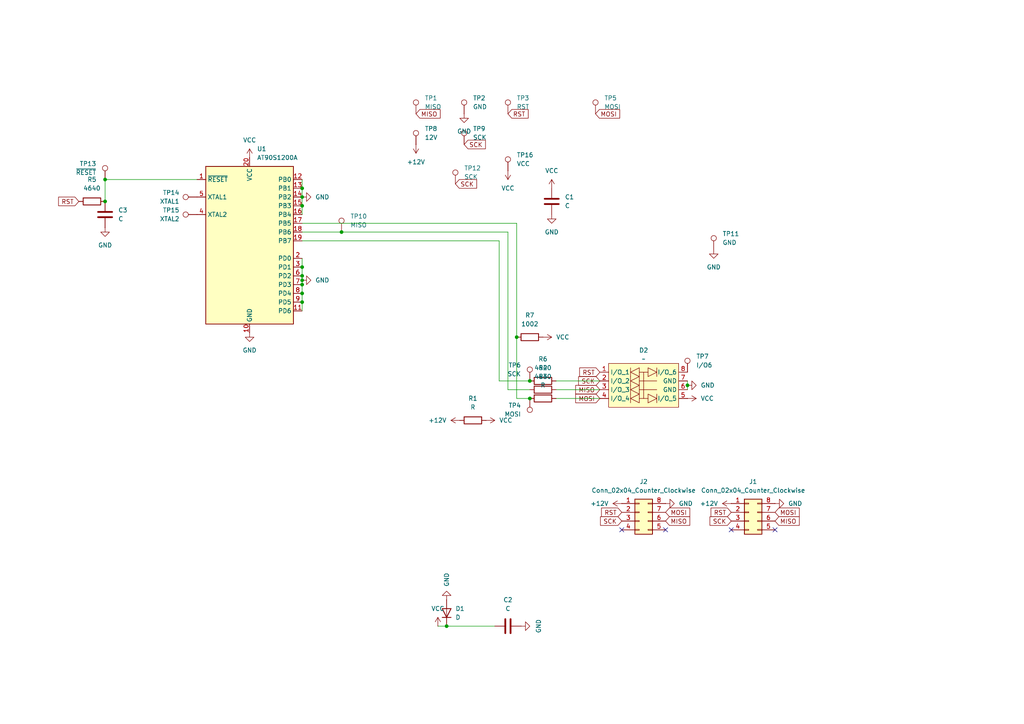
<source format=kicad_sch>
(kicad_sch (version 20250114) (generator "eeschema") (generator_version "9.0")
  (paper "A4")
  (lib_symbols
    (symbol "AtmelAlt:AT90S1200"
      (property "Reference" "U" (at -12.7 26.67 0))
      (property "Value" "AT90S1200A" (at 2.286 -23.114 0))
      (symbol "AT90S1200_0_1"
        (rectangle (start -12.7 24.13) (end 12.7 -21.59) (stroke (width 0.254)) (fill (type background)))
      )
      (symbol "AT90S1200_1_1"
        (pin input line (at -15.24 20.32 0) (length 2.54) (name "~{RESET}") (number "1"))
        (pin input line (at -15.24 15.24 0) (length 2.54) (name "XTAL1") (number "5"))
        (pin output line (at -15.24 10.16 0) (length 2.54) (name "XTAL2") (number "4"))
        (pin power_in line (at 0 26.67 270) (length 2.54) (name "VCC") (number "20"))
        (pin power_in line (at 0 -24.13 90) (length 2.54) (name "GND") (number "10"))
        (pin bidirectional line (at 15.24 20.32 180) (length 2.54) (name "PB0") (number "12"))
        (pin bidirectional line (at 15.24 17.78 180) (length 2.54) (name "PB1") (number "13"))
        (pin bidirectional line (at 15.24 15.24 180) (length 2.54) (name "PB2") (number "14"))
        (pin bidirectional line (at 15.24 12.7 180) (length 2.54) (name "PB3") (number "15"))
        (pin bidirectional line (at 15.24 10.16 180) (length 2.54) (name "PB4") (number "16"))
        (pin bidirectional line (at 15.24 7.62 180) (length 2.54) (name "PB5") (number "17"))
        (pin bidirectional line (at 15.24 5.08 180) (length 2.54) (name "PB6") (number "18"))
        (pin bidirectional line (at 15.24 2.54 180) (length 2.54) (name "PB7") (number "19"))
        (pin bidirectional line (at 15.24 -2.54 180) (length 2.54) (name "PD0") (number "2"))
        (pin bidirectional line (at 15.24 -5.08 180) (length 2.54) (name "PD1") (number "3"))
        (pin bidirectional line (at 15.24 -7.62 180) (length 2.54) (name "PD2") (number "6"))
        (pin bidirectional line (at 15.24 -10.16 180) (length 2.54) (name "PD3") (number "7"))
        (pin bidirectional line (at 15.24 -12.7 180) (length 2.54) (name "PD4") (number "8"))
        (pin bidirectional line (at 15.24 -15.24 180) (length 2.54) (name "PD5") (number "9"))
        (pin bidirectional line (at 15.24 -17.78 180) (length 2.54) (name "PD6") (number "11"))
      )
    )
    (symbol "Connector:TestPoint" (pin_numbers (hide yes)) (pin_names (offset 0.762) (hide yes))
      (property "Reference" "TP" (at 0 6.858 0))
      (property "Value" "TestPoint" (at 0 5.08 0))
      (symbol "TestPoint_0_1"
        (circle (center 0 3.302) (radius 0.762))
      )
      (symbol "TestPoint_1_1"
        (pin passive line (at 0 0 90) (length 2.54) (name "1") (number "1"))
      )
    )
    (symbol "Connector_Generic:Conn_02x04_Counter_Clockwise" (pin_names (offset 1.016) (hide yes))
      (property "Reference" "J" (at 1.27 5.08 0))
      (property "Value" "Conn_02x04_Counter_Clockwise" (at 1.27 -7.62 0))
      (symbol "Conn_02x04_Counter_Clockwise_1_1"
        (rectangle (start -1.27 3.81) (end 3.81 -6.35) (stroke (width 0.254)) (fill (type background)))
        (rectangle (start -1.27 2.667) (end 0 2.413) (stroke (width 0.1524)))
        (rectangle (start -1.27 0.127) (end 0 -0.127) (stroke (width 0.1524)))
        (rectangle (start -1.27 -2.413) (end 0 -2.667) (stroke (width 0.1524)))
        (rectangle (start -1.27 -4.953) (end 0 -5.207) (stroke (width 0.1524)))
        (rectangle (start 3.81 2.667) (end 2.54 2.413) (stroke (width 0.1524)))
        (rectangle (start 3.81 0.127) (end 2.54 -0.127) (stroke (width 0.1524)))
        (rectangle (start 3.81 -2.413) (end 2.54 -2.667) (stroke (width 0.1524)))
        (rectangle (start 3.81 -4.953) (end 2.54 -5.207) (stroke (width 0.1524)))
        (pin passive line (at -5.08 2.54 0) (length 3.81) (name "Pin_1") (number "1"))
        (pin passive line (at -5.08 0 0) (length 3.81) (name "Pin_2") (number "2"))
        (pin passive line (at -5.08 -2.54 0) (length 3.81) (name "Pin_3") (number "3"))
        (pin passive line (at -5.08 -5.08 0) (length 3.81) (name "Pin_4") (number "4"))
        (pin passive line (at 7.62 2.54 180) (length 3.81) (name "Pin_8") (number "8"))
        (pin passive line (at 7.62 0 180) (length 3.81) (name "Pin_7") (number "7"))
        (pin passive line (at 7.62 -2.54 180) (length 3.81) (name "Pin_6") (number "6"))
        (pin passive line (at 7.62 -5.08 180) (length 3.81) (name "Pin_5") (number "5"))
      )
    )
    (symbol "Device:C" (pin_numbers (hide yes)) (pin_names (offset 0.254))
      (property "Reference" "C" (at 0.635 2.54 0))
      (property "Value" "C" (at 0.635 -2.54 0))
      (symbol "C_0_1"
        (polyline (pts (xy -2.032 0.762) (xy 2.032 0.762)) (stroke (width 0.508)))
        (polyline (pts (xy -2.032 -0.762) (xy 2.032 -0.762)) (stroke (width 0.508)))
      )
      (symbol "C_1_1"
        (pin passive line (at 0 3.81 270) (length 2.794) (name "~") (number "1"))
        (pin passive line (at 0 -3.81 90) (length 2.794) (name "~") (number "2"))
      )
    )
    (symbol "Device:D" (pin_numbers (hide yes)) (pin_names (offset 1.016) (hide yes))
      (property "Reference" "D" (at 0 2.54 0))
      (property "Value" "D" (at 0 -2.54 0))
      (symbol "D_0_1"
        (polyline (pts (xy -1.27 1.27) (xy -1.27 -1.27)) (stroke (width 0.254)))
        (polyline (pts (xy 1.27 1.27) (xy 1.27 -1.27) (xy -1.27 0) (xy 1.27 1.27)) (stroke (width 0.254)))
        (polyline (pts (xy 1.27 0) (xy -1.27 0)))
      )
      (symbol "D_1_1"
        (pin passive line (at -3.81 0 0) (length 2.54) (name "K") (number "1"))
        (pin passive line (at 3.81 0 180) (length 2.54) (name "A") (number "2"))
      )
    )
    (symbol "Device:R" (pin_numbers (hide yes)) (pin_names (offset 0))
      (property "Reference" "R" (at 2.032 0 90))
      (property "Value" "R" (at 0 0 90))
      (symbol "R_0_1"
        (rectangle (start -1.016 -2.54) (end 1.016 2.54) (stroke (width 0.254)))
      )
      (symbol "R_1_1"
        (pin passive line (at 0 3.81 270) (length 1.27) (name "~") (number "1"))
        (pin passive line (at 0 -3.81 90) (length 1.27) (name "~") (number "2"))
      )
    )
    (symbol "Protection:ESDA6V1U1"
      (property "Reference" "D" (at 0 1.27 0))
      (symbol "ESDA6V1U1_0_0"
        (pin unspecified line (at -12.7 -2.54 0) (length 2.54) (name "I/O_1") (number "1"))
        (pin unspecified line (at -12.7 -5.08 0) (length 2.54) (name "I/O_2") (number "2"))
        (pin unspecified line (at -12.7 -7.62 0) (length 2.54) (name "I/O_3") (number "3"))
        (pin unspecified line (at -12.7 -10.16 0) (length 2.54) (name "I/O_4") (number "4"))
        (pin unspecified line (at 12.7 -2.54 180) (length 2.54) (name "I/O_6") (number "8"))
        (pin power_in line (at 12.7 -5.08 180) (length 2.54) (name "GND") (number "7"))
        (pin power_in line (at 12.7 -7.62 180) (length 2.54) (name "GND") (number "6"))
        (pin unspecified line (at 12.7 -10.16 180) (length 2.54) (name "I/O_5") (number "5"))
      )
      (symbol "ESDA6V1U1_0_1"
        (polyline (pts (xy -3.81 -1.27) (xy -3.81 -3.81)))
        (polyline (pts (xy -3.81 -3.81) (xy -3.81 -6.35)))
        (polyline (pts (xy -3.81 -6.35) (xy -3.81 -8.89)))
        (polyline (pts (xy -3.81 -8.89) (xy -3.81 -11.43)))
        (polyline (pts (xy -1.27 -1.27) (xy -1.27 -3.81) (xy -3.81 -2.54) (xy -1.27 -1.27)))
        (polyline (pts (xy -1.27 -2.54) (xy 1.27 -2.54)))
        (polyline (pts (xy -1.27 -3.81) (xy -1.27 -6.35) (xy -3.81 -5.08) (xy -1.27 -3.81)))
        (polyline (pts (xy -1.27 -5.08) (xy 3.81 -5.08)))
        (polyline (pts (xy -1.27 -6.35) (xy -1.27 -8.89) (xy -3.81 -7.62) (xy -1.27 -6.35)))
        (polyline (pts (xy -1.27 -7.62) (xy 3.81 -7.62)))
        (polyline (pts (xy -1.27 -8.89) (xy -1.27 -11.43) (xy -3.81 -10.16) (xy -1.27 -8.89)))
        (polyline (pts (xy -1.27 -10.16) (xy 1.27 -10.16)))
        (polyline (pts (xy 0 -10.16) (xy 0 -2.54)))
        (polyline (pts (xy 1.27 -3.81) (xy 1.27 -1.27) (xy 3.81 -2.54) (xy 1.27 -3.81)))
        (polyline (pts (xy 1.27 -11.43) (xy 1.27 -8.89) (xy 3.81 -10.16) (xy 1.27 -11.43)))
        (polyline (pts (xy 3.81 -3.81) (xy 3.81 -1.27)))
        (polyline (pts (xy 3.81 -11.43) (xy 3.81 -8.89)))
      )
      (symbol "ESDA6V1U1_1_1"
        (rectangle (start -10.16 0) (end 10.16 -12.7) (fill (type background)))
      )
    )
    (symbol "power:+12V" (power) (pin_numbers (hide yes)) (pin_names (offset 0) (hide yes))
      (property "Value" "+12V" (at 0 3.556 0))
      (symbol "+12V_0_1"
        (polyline (pts (xy -0.762 1.27) (xy 0 2.54)))
        (polyline (pts (xy 0 2.54) (xy 0.762 1.27)))
        (polyline (pts (xy 0 0) (xy 0 2.54)))
      )
      (symbol "+12V_1_1"
        (pin power_in line (at 0 0 90) (length 0) (name "~") (number "1"))
      )
    )
    (symbol "power:GND" (power) (pin_numbers (hide yes)) (pin_names (offset 0) (hide yes))
      (property "Value" "GND" (at 0 -3.81 0))
      (symbol "GND_0_1"
        (polyline (pts (xy 0 0) (xy 0 -1.27) (xy 1.27 -1.27) (xy 0 -2.54) (xy -1.27 -1.27) (xy 0 -1.27)))
      )
      (symbol "GND_1_1"
        (pin power_in line (at 0 0 270) (length 0) (name "~") (number "1"))
      )
    )
    (symbol "power:VCC" (power) (pin_numbers (hide yes)) (pin_names (offset 0) (hide yes))
      (property "Value" "VCC" (at 0 3.556 0))
      (symbol "VCC_0_1"
        (polyline (pts (xy -0.762 1.27) (xy 0 2.54)))
        (polyline (pts (xy 0 2.54) (xy 0.762 1.27)))
        (polyline (pts (xy 0 0) (xy 0 2.54)))
      )
      (symbol "VCC_1_1"
        (pin power_in line (at 0 0 90) (length 0) (name "~") (number "1"))
      )
    )
  )
  (junction (at 30.48 58.42))
  (junction (at 153.67 115.57))
  (junction (at 87.63 57.15))
  (junction (at 30.48 52.07))
  (junction (at 199.39 111.76))
  (junction (at 87.63 87.63))
  (junction (at 99.06 67.31))
  (junction (at 153.67 110.49))
  (junction (at 149.86 97.79))
  (junction (at 129.54 181.61))
  (junction (at 87.63 85.09))
  (junction (at 87.63 80.01))
  (junction (at 87.63 77.47))
  (junction (at 87.63 54.61))
  (junction (at 87.63 81.28))
  (junction (at 87.63 59.69))
  (junction (at 87.63 82.55))
  (no_connect (at 193.04 153.67))
  (no_connect (at 224.79 153.67))
  (no_connect (at 212.09 153.67))
  (no_connect (at 180.34 153.67))
  (wire (pts (xy 87.63 57.15) (xy 87.63 59.69)))
  (wire (pts (xy 87.63 67.31) (xy 99.06 67.31)))
  (wire (pts (xy 127 181.61) (xy 129.54 181.61)))
  (wire (pts (xy 99.06 67.31) (xy 147.32 67.31)))
  (wire (pts (xy 153.67 113.03) (xy 147.32 113.03)))
  (wire (pts (xy 87.63 87.63) (xy 87.63 90.17)))
  (wire (pts (xy 199.39 111.76) (xy 199.39 113.03)))
  (wire (pts (xy 87.63 82.55) (xy 87.63 85.09)))
  (wire (pts (xy 87.63 80.01) (xy 87.63 81.28)))
  (wire (pts (xy 87.63 81.28) (xy 87.63 82.55)))
  (wire (pts (xy 161.29 113.03) (xy 173.99 113.03)))
  (wire (pts (xy 129.54 181.61) (xy 143.51 181.61)))
  (wire (pts (xy 147.32 67.31) (xy 147.32 113.03)))
  (wire (pts (xy 57.15 52.07) (xy 30.48 52.07)))
  (wire (pts (xy 30.48 52.07) (xy 30.48 58.42)))
  (wire (pts (xy 149.86 64.77) (xy 87.63 64.77)))
  (wire (pts (xy 87.63 59.69) (xy 87.63 62.23)))
  (wire (pts (xy 87.63 85.09) (xy 87.63 87.63)))
  (wire (pts (xy 153.67 115.57) (xy 149.86 115.57)))
  (wire (pts (xy 87.63 77.47) (xy 87.63 80.01)))
  (wire (pts (xy 161.29 115.57) (xy 173.99 115.57)))
  (wire (pts (xy 149.86 97.79) (xy 149.86 64.77)))
  (wire (pts (xy 199.39 110.49) (xy 199.39 111.76)))
  (wire (pts (xy 144.78 69.85) (xy 87.63 69.85)))
  (wire (pts (xy 87.63 74.93) (xy 87.63 77.47)))
  (wire (pts (xy 153.67 110.49) (xy 144.78 110.49)))
  (wire (pts (xy 87.63 52.07) (xy 87.63 54.61)))
  (wire (pts (xy 149.86 115.57) (xy 149.86 97.79)))
  (wire (pts (xy 144.78 110.49) (xy 144.78 69.85)))
  (wire (pts (xy 87.63 54.61) (xy 87.63 57.15)))
  (wire (pts (xy 161.29 110.49) (xy 173.99 110.49)))
  (global_label "MISO" (shape input) (at 173.99 113.03 180) (property "Intersheetrefs" "${INTERSHEET_REFS}" (effects (hide yes))))
  (global_label "RST" (shape input) (at 180.34 148.59 180) (property "Intersheetrefs" "${INTERSHEET_REFS}" (effects (hide yes))))
  (global_label "MOSI" (shape input) (at 173.99 115.57 180) (property "Intersheetrefs" "${INTERSHEET_REFS}" (effects (hide yes))))
  (global_label "MOSI" (shape input) (at 224.79 148.59 0) (property "Intersheetrefs" "${INTERSHEET_REFS}" (effects (hide yes))))
  (global_label "RST" (shape input) (at 147.32 33.02 0) (property "Intersheetrefs" "${INTERSHEET_REFS}" (effects (hide yes))))
  (global_label "SCK" (shape input) (at 173.99 110.49 180) (property "Intersheetrefs" "${INTERSHEET_REFS}" (effects (hide yes))))
  (global_label "MOSI" (shape input) (at 172.72 33.02 0) (property "Intersheetrefs" "${INTERSHEET_REFS}" (effects (hide yes))))
  (global_label "SCK" (shape input) (at 212.09 151.13 180) (property "Intersheetrefs" "${INTERSHEET_REFS}" (effects (hide yes))))
  (global_label "MISO" (shape input) (at 224.79 151.13 0) (property "Intersheetrefs" "${INTERSHEET_REFS}" (effects (hide yes))))
  (global_label "RST" (shape input) (at 173.99 107.95 180) (property "Intersheetrefs" "${INTERSHEET_REFS}" (effects (hide yes))))
  (global_label "MOSI" (shape input) (at 193.04 148.59 0) (property "Intersheetrefs" "${INTERSHEET_REFS}" (effects (hide yes))))
  (global_label "RST" (shape input) (at 22.86 58.42 180) (property "Intersheetrefs" "${INTERSHEET_REFS}" (effects (hide yes))))
  (global_label "SCK" (shape input) (at 134.62 41.91 0) (property "Intersheetrefs" "${INTERSHEET_REFS}" (effects (hide yes))))
  (global_label "SCK" (shape input) (at 180.34 151.13 180) (property "Intersheetrefs" "${INTERSHEET_REFS}" (effects (hide yes))))
  (global_label "SCK" (shape input) (at 132.08 53.34 0) (property "Intersheetrefs" "${INTERSHEET_REFS}" (effects (hide yes))))
  (global_label "MISO" (shape input) (at 120.65 33.02 0) (property "Intersheetrefs" "${INTERSHEET_REFS}" (effects (hide yes))))
  (global_label "MISO" (shape input) (at 193.04 151.13 0) (property "Intersheetrefs" "${INTERSHEET_REFS}" (effects (hide yes))))
  (global_label "RST" (shape input) (at 212.09 148.59 180) (property "Intersheetrefs" "${INTERSHEET_REFS}" (effects (hide yes))))
  (symbol (lib_id "power:+12V") (at 180.34 146.05 90) (unit 1)
    (property "Reference" "#PWR01" (effects (hide yes)))
    (property "Value" "+12V" (at 176.53 146.0499 90) (effects (justify left)))
    (property "Description" "Power symbol creates a global label with name \"+12V\"" (effects (hide yes)))
  )
  (symbol (lib_id "power:VCC") (at 72.39 45.72 0) (unit 1)
    (property "Reference" "#PWR020" (effects (hide yes)))
    (property "Value" "VCC" (at 72.39 40.64 0))
    (property "Description" "Power symbol creates a global label with name \"VCC\"" (effects (hide yes)))
  )
  (symbol (lib_id "Connector:TestPoint") (at 147.32 33.02 0) (unit 1)
    (property "Reference" "TP3" (at 149.86 28.4479 0) (effects (justify left)))
    (property "Value" "RST" (at 149.86 30.9879 0) (effects (justify left)))
    (property "Footprint" "TestPoint:TestPoint_Pad_D1.5mm" (effects (hide yes)))
    (property "Description" "test point" (effects (hide yes)))
  )
  (symbol (lib_id "Device:R") (at 157.48 115.57 270) (mirror x) (unit 1)
    (property "Reference" "R3" (at 157.48 109.22 90))
    (property "Value" "R" (at 157.48 111.76 90))
    (property "Footprint" "Resistor_SMD:R_0603_1608Metric_Pad0.98x0.95mm_HandSolder" (effects (hide yes)))
    (property "Description" "Resistor" (effects (hide yes)))
  )
  (symbol (lib_id "power:GND") (at 207.01 72.39 0) (unit 1)
    (property "Reference" "#PWR023" (effects (hide yes)))
    (property "Value" "GND" (at 207.01 77.47 0))
    (property "Description" "Power symbol creates a global label with name \"GND\" , ground" (effects (hide yes)))
  )
  (symbol (lib_id "power:+12V") (at 212.09 146.05 90) (unit 1)
    (property "Reference" "#PWR02" (effects (hide yes)))
    (property "Value" "+12V" (at 208.28 146.0499 90) (effects (justify left)))
    (property "Description" "Power symbol creates a global label with name \"+12V\"" (effects (hide yes)))
  )
  (symbol (lib_id "power:GND") (at 224.79 146.05 90) (unit 1)
    (property "Reference" "#PWR05" (effects (hide yes)))
    (property "Value" "GND" (at 228.6 146.0499 90) (effects (justify right)))
    (property "Description" "Power symbol creates a global label with name \"GND\" , ground" (effects (hide yes)))
  )
  (symbol (lib_id "Connector:TestPoint") (at 99.06 67.31 0) (unit 1)
    (property "Reference" "TP10" (at 101.6 62.7379 0) (effects (justify left)))
    (property "Value" "MISO" (at 101.6 65.2779 0) (effects (justify left)))
    (property "Footprint" "TestPoint:TestPoint_Pad_D1.0mm" (effects (hide yes)))
    (property "Description" "test point" (effects (hide yes)))
  )
  (symbol (lib_id "Connector:TestPoint") (at 147.32 49.53 0) (unit 1)
    (property "Reference" "TP16" (at 149.86 44.9579 0) (effects (justify left)))
    (property "Value" "VCC" (at 149.86 47.4979 0) (effects (justify left)))
    (property "Footprint" "TestPoint:TestPoint_Pad_D1.5mm" (effects (hide yes)))
    (property "Description" "test point" (effects (hide yes)))
  )
  (symbol (lib_id "power:GND") (at 160.02 62.23 0) (unit 1)
    (property "Reference" "#PWR012" (effects (hide yes)))
    (property "Value" "GND" (at 160.02 67.31 0))
    (property "Description" "Power symbol creates a global label with name \"GND\" , ground" (effects (hide yes)))
  )
  (symbol (lib_id "power:GND") (at 129.54 173.99 0) (mirror x) (unit 1)
    (property "Reference" "#PWR024" (effects (hide yes)))
    (property "Value" "GND" (at 129.5401 170.18 90) (effects (justify right)))
    (property "Description" "Power symbol creates a global label with name \"GND\" , ground" (effects (hide yes)))
  )
  (symbol (lib_id "Connector_Generic:Conn_02x04_Counter_Clockwise") (at 185.42 148.59 0) (unit 1)
    (property "Reference" "J2" (at 186.69 139.7 0))
    (property "Value" "Conn_02x04_Counter_Clockwise" (at 186.69 142.24 0))
    (property "Footprint" "SIM:ZLK" (effects (hide yes)))
    (property "Description" "Generic connector, double row, 02x04, counter clockwise pin numbering scheme (similar to DIP package numbering), script generated (kicad-library-utils/schlib/autogen/connector/)" (effects (hide yes)))
  )
  (symbol (lib_id "Connector_Generic:Conn_02x04_Counter_Clockwise") (at 217.17 148.59 0) (unit 1)
    (property "Reference" "J1" (at 218.44 139.7 0))
    (property "Value" "Conn_02x04_Counter_Clockwise" (at 218.44 142.24 0))
    (property "Footprint" "SIM:ZLK" (effects (hide yes)))
    (property "Description" "Generic connector, double row, 02x04, counter clockwise pin numbering scheme (similar to DIP package numbering), script generated (kicad-library-utils/schlib/autogen/connector/)" (effects (hide yes)))
  )
  (symbol (lib_id "power:GND") (at 30.48 66.04 0) (mirror y) (unit 1)
    (property "Reference" "#PWR011" (effects (hide yes)))
    (property "Value" "GND" (at 30.48 71.12 0))
    (property "Description" "Power symbol creates a global label with name \"GND\" , ground" (effects (hide yes)))
  )
  (symbol (lib_id "power:+12V") (at 120.65 41.91 180) (unit 1)
    (property "Reference" "#PWR08" (effects (hide yes)))
    (property "Value" "+12V" (at 120.65 46.99 0))
    (property "Description" "Power symbol creates a global label with name \"+12V\"" (effects (hide yes)))
  )
  (symbol (lib_id "Connector:TestPoint") (at 132.08 53.34 0) (unit 1)
    (property "Reference" "TP12" (at 134.62 48.7679 0) (effects (justify left)))
    (property "Value" "SCK" (at 134.62 51.3079 0) (effects (justify left)))
    (property "Footprint" "TestPoint:TestPoint_Pad_D1.5mm" (effects (hide yes)))
    (property "Description" "test point" (effects (hide yes)))
  )
  (symbol (lib_id "Connector:TestPoint") (at 153.67 115.57 0) (mirror x) (unit 1)
    (property "Reference" "TP4" (at 151.13 117.6019 0) (effects (justify right)))
    (property "Value" "MOSI" (at 151.13 120.1419 0) (effects (justify right)))
    (property "Footprint" "TestPoint:TestPoint_Pad_D1.5mm" (effects (hide yes)))
    (property "Description" "test point" (effects (hide yes)))
  )
  (symbol (lib_id "AtmelAlt:AT90S1200") (at 72.39 72.39 0) (unit 1)
    (property "Reference" "U1" (at 74.5333 43.18 0) (effects (justify left)))
    (property "Value" "AT90S1200A" (at 74.5333 45.72 0) (effects (justify left)))
    (property "Footprint" "Package_SO:SOP-20_7.5x12.8mm_P1.27mm" (effects (hide yes)))
    (property "Datasheet" "https://ww1.microchip.com/downloads/en/devicedoc/doc0838.pdf" (effects (hide yes)))
    (property "Description" "1K Byte Flash – 64 Bytes EEPROM" (effects (hide yes)))
  )
  (symbol (lib_id "Connector:TestPoint") (at 120.65 33.02 0) (unit 1)
    (property "Reference" "TP1" (at 123.19 28.4479 0) (effects (justify left)))
    (property "Value" "MISO" (at 123.19 30.9879 0) (effects (justify left)))
    (property "Footprint" "TestPoint:TestPoint_Pad_D1.5mm" (effects (hide yes)))
    (property "Description" "test point" (effects (hide yes)))
  )
  (symbol (lib_id "Device:R") (at 157.48 110.49 270) (mirror x) (unit 1)
    (property "Reference" "R6" (at 157.48 104.14 90))
    (property "Value" "4640" (at 157.48 106.68 90))
    (property "Footprint" "Resistor_SMD:R_0603_1608Metric_Pad0.98x0.95mm_HandSolder" (effects (hide yes)))
    (property "Description" "Resistor" (effects (hide yes)))
  )
  (symbol (lib_id "Connector:TestPoint") (at 57.15 57.15 90) (mirror x) (unit 1)
    (property "Reference" "TP14" (at 52.07 55.8799 90) (effects (justify left)))
    (property "Value" "XTAL1" (at 52.07 58.4199 90) (effects (justify left)))
    (property "Footprint" "TestPoint:TestPoint_Pad_D1.5mm" (effects (hide yes)))
    (property "Description" "test point" (effects (hide yes)))
  )
  (symbol (lib_id "power:VCC") (at 127 181.61 0) (unit 1)
    (property "Reference" "#PWR03" (effects (hide yes)))
    (property "Value" "VCC" (at 127 176.53 0))
    (property "Description" "Power symbol creates a global label with name \"VCC\"" (effects (hide yes)))
  )
  (symbol (lib_id "Device:R") (at 137.16 121.92 90) (unit 1)
    (property "Reference" "R1" (at 137.16 115.57 90))
    (property "Value" "R" (at 137.16 118.11 90))
    (property "Footprint" "Resistor_SMD:R_0805_2012Metric_Pad1.20x1.40mm_HandSolder" (effects (hide yes)))
    (property "Description" "Resistor" (effects (hide yes)))
  )
  (symbol (lib_id "power:GND") (at 134.62 33.02 0) (unit 1)
    (property "Reference" "#PWR07" (effects (hide yes)))
    (property "Value" "GND" (at 134.62 38.1 0))
    (property "Description" "Power symbol creates a global label with name \"GND\" , ground" (effects (hide yes)))
  )
  (symbol (lib_id "Device:C") (at 30.48 62.23 0) (mirror y) (unit 1)
    (property "Reference" "C3" (at 34.29 60.9599 0) (effects (justify right)))
    (property "Value" "C" (at 34.29 63.4999 0) (effects (justify right)))
    (property "Footprint" "Capacitor_SMD:C_0805_2012Metric_Pad1.18x1.45mm_HandSolder" (effects (hide yes)))
    (property "Description" "Unpolarized capacitor" (effects (hide yes)))
  )
  (symbol (lib_id "power:GND") (at 199.39 111.76 90) (unit 1)
    (property "Reference" "#PWR022" (effects (hide yes)))
    (property "Value" "GND" (at 203.2 111.7599 90) (effects (justify right)))
    (property "Description" "Power symbol creates a global label with name \"GND\" , ground" (effects (hide yes)))
  )
  (symbol (lib_id "Device:D") (at 129.54 177.8 270) (mirror x) (unit 1)
    (property "Reference" "D1" (at 132.08 176.5299 90) (effects (justify left)))
    (property "Value" "D" (at 132.08 179.0699 90) (effects (justify left)))
    (property "Footprint" "Diode_SMD:D_1206_3216Metric" (effects (hide yes)))
    (property "Description" "Diode" (effects (hide yes)))
    (property "Sim.Device" "D" (effects (hide yes)))
    (property "Sim.Pins" "1=K 2=A" (effects (hide yes)))
  )
  (symbol (lib_id "Connector:TestPoint") (at 134.62 33.02 0) (unit 1)
    (property "Reference" "TP2" (at 137.16 28.4479 0) (effects (justify left)))
    (property "Value" "GND" (at 137.16 30.9879 0) (effects (justify left)))
    (property "Footprint" "TestPoint:TestPoint_Pad_D1.5mm" (effects (hide yes)))
    (property "Description" "test point" (effects (hide yes)))
  )
  (symbol (lib_id "Connector:TestPoint") (at 30.48 52.07 0) (mirror y) (unit 1)
    (property "Reference" "TP13" (at 27.94 47.4979 0) (effects (justify left)))
    (property "Value" "~{RESET}" (at 27.94 50.0379 0) (effects (justify left)))
    (property "Footprint" "TestPoint:TestPoint_Pad_D1.5mm" (effects (hide yes)))
    (property "Description" "test point" (effects (hide yes)))
  )
  (symbol (lib_id "Connector:TestPoint") (at 153.67 110.49 0) (mirror y) (unit 1)
    (property "Reference" "TP6" (at 151.13 105.9179 0) (effects (justify left)))
    (property "Value" "SCK" (at 151.13 108.4579 0) (effects (justify left)))
    (property "Footprint" "TestPoint:TestPoint_Pad_D1.5mm" (effects (hide yes)))
    (property "Description" "test point" (effects (hide yes)))
  )
  (symbol (lib_id "Device:R") (at 153.67 97.79 270) (mirror x) (unit 1)
    (property "Reference" "R7" (at 153.67 91.44 90))
    (property "Value" "1002" (at 153.67 93.98 90))
    (property "Footprint" "Resistor_SMD:R_0805_2012Metric_Pad1.20x1.40mm_HandSolder" (effects (hide yes)))
    (property "Description" "Resistor" (effects (hide yes)))
  )
  (symbol (lib_id "power:+12V") (at 133.35 121.92 90) (unit 1)
    (property "Reference" "#PWR019" (effects (hide yes)))
    (property "Value" "+12V" (at 129.54 121.9199 90) (effects (justify left)))
    (property "Description" "Power symbol creates a global label with name \"+12V\"" (effects (hide yes)))
  )
  (symbol (lib_id "power:VCC") (at 157.48 97.79 270) (unit 1)
    (property "Reference" "#PWR025" (effects (hide yes)))
    (property "Value" "VCC" (at 161.29 97.7899 90) (effects (justify left)))
    (property "Description" "Power symbol creates a global label with name \"VCC\"" (effects (hide yes)))
  )
  (symbol (lib_id "power:VCC") (at 140.97 121.92 270) (unit 1)
    (property "Reference" "#PWR09" (effects (hide yes)))
    (property "Value" "VCC" (at 144.78 121.9199 90) (effects (justify left)))
    (property "Description" "Power symbol creates a global label with name \"VCC\"" (effects (hide yes)))
  )
  (symbol (lib_id "Connector:TestPoint") (at 207.01 72.39 0) (unit 1)
    (property "Reference" "TP11" (at 209.55 67.8179 0) (effects (justify left)))
    (property "Value" "GND" (at 209.55 70.3579 0) (effects (justify left)))
    (property "Footprint" "TestPoint:TestPoint_Pad_D1.5mm" (effects (hide yes)))
    (property "Description" "test point" (effects (hide yes)))
  )
  (symbol (lib_id "power:GND") (at 193.04 146.05 90) (unit 1)
    (property "Reference" "#PWR06" (effects (hide yes)))
    (property "Value" "GND" (at 196.85 146.0499 90) (effects (justify right)))
    (property "Description" "Power symbol creates a global label with name \"GND\" , ground" (effects (hide yes)))
  )
  (symbol (lib_id "Device:C") (at 147.32 181.61 90) (unit 1)
    (property "Reference" "C2" (at 147.32 173.99 90))
    (property "Value" "C" (at 147.32 176.53 90))
    (property "Footprint" "Capacitor_SMD:C_0805_2012Metric_Pad1.18x1.45mm_HandSolder" (effects (hide yes)))
    (property "Description" "Unpolarized capacitor" (effects (hide yes)))
  )
  (symbol (lib_id "power:GND") (at 72.39 96.52 0) (unit 1)
    (property "Reference" "#PWR04" (effects (hide yes)))
    (property "Value" "GND" (at 72.39 101.6 0))
    (property "Description" "Power symbol creates a global label with name \"GND\" , ground" (effects (hide yes)))
  )
  (symbol (lib_id "Device:C") (at 160.02 58.42 0) (unit 1)
    (property "Reference" "C1" (at 163.83 57.1499 0) (effects (justify left)))
    (property "Value" "C" (at 163.83 59.6899 0) (effects (justify left)))
    (property "Footprint" "Capacitor_SMD:C_0805_2012Metric_Pad1.18x1.45mm_HandSolder" (effects (hide yes)))
    (property "Description" "Unpolarized capacitor" (effects (hide yes)))
  )
  (symbol (lib_id "power:GND") (at 87.63 57.15 90) (unit 1)
    (property "Reference" "#PWR015" (effects (hide yes)))
    (property "Value" "GND" (at 91.44 57.1499 90) (effects (justify right)))
    (property "Description" "Power symbol creates a global label with name \"GND\" , ground" (effects (hide yes)))
  )
  (symbol (lib_id "Connector:TestPoint") (at 172.72 33.02 0) (unit 1)
    (property "Reference" "TP5" (at 175.26 28.4479 0) (effects (justify left)))
    (property "Value" "MOSI" (at 175.26 30.9879 0) (effects (justify left)))
    (property "Footprint" "TestPoint:TestPoint_Pad_D1.5mm" (effects (hide yes)))
    (property "Description" "test point" (effects (hide yes)))
  )
  (symbol (lib_id "Connector:TestPoint") (at 134.62 41.91 0) (unit 1)
    (property "Reference" "TP9" (at 137.16 37.3379 0) (effects (justify left)))
    (property "Value" "SCK" (at 137.16 39.8779 0) (effects (justify left)))
    (property "Footprint" "TestPoint:TestPoint_Pad_D1.5mm" (effects (hide yes)))
    (property "Description" "test point" (effects (hide yes)))
  )
  (symbol (lib_id "Connector:TestPoint") (at 199.39 107.95 0) (unit 1)
    (property "Reference" "TP7" (at 201.93 103.3779 0) (effects (justify left)))
    (property "Value" "I/O6" (at 201.93 105.9179 0) (effects (justify left)))
    (property "Footprint" "TestPoint:TestPoint_Pad_D1.5mm" (effects (hide yes)))
    (property "Description" "test point" (effects (hide yes)))
  )
  (symbol (lib_id "power:GND") (at 151.13 181.61 90) (unit 1)
    (property "Reference" "#PWR010" (effects (hide yes)))
    (property "Value" "GND" (at 156.21 181.61 0))
    (property "Description" "Power symbol creates a global label with name \"GND\" , ground" (effects (hide yes)))
  )
  (symbol (lib_id "power:VCC") (at 147.32 49.53 180) (unit 1)
    (property "Reference" "#PWR018" (effects (hide yes)))
    (property "Value" "VCC" (at 147.32 54.61 0))
    (property "Description" "Power symbol creates a global label with name \"VCC\"" (effects (hide yes)))
  )
  (symbol (lib_id "Device:R") (at 26.67 58.42 270) (mirror x) (unit 1)
    (property "Reference" "R5" (at 26.67 52.07 90))
    (property "Value" "4640" (at 26.67 54.61 90))
    (property "Footprint" "Resistor_SMD:R_0805_2012Metric_Pad1.20x1.40mm_HandSolder" (effects (hide yes)))
    (property "Description" "Resistor" (effects (hide yes)))
  )
  (symbol (lib_id "Connector:TestPoint") (at 120.65 41.91 0) (unit 1)
    (property "Reference" "TP8" (at 123.19 37.3379 0) (effects (justify left)))
    (property "Value" "12V" (at 123.19 39.8779 0) (effects (justify left)))
    (property "Footprint" "TestPoint:TestPoint_Pad_D1.5mm" (effects (hide yes)))
    (property "Description" "test point" (effects (hide yes)))
  )
  (symbol (lib_id "power:GND") (at 87.63 81.28 90) (unit 1)
    (property "Reference" "#PWR014" (effects (hide yes)))
    (property "Value" "GND" (at 91.44 81.2799 90) (effects (justify right)))
    (property "Description" "Power symbol creates a global label with name \"GND\" , ground" (effects (hide yes)))
  )
  (symbol (lib_id "Connector:TestPoint") (at 57.15 62.23 90) (mirror x) (unit 1)
    (property "Reference" "TP15" (at 52.07 60.9599 90) (effects (justify left)))
    (property "Value" "XTAL2" (at 52.07 63.4999 90) (effects (justify left)))
    (property "Footprint" "TestPoint:TestPoint_Pad_D1.5mm" (effects (hide yes)))
    (property "Description" "test point" (effects (hide yes)))
  )
  (symbol (lib_id "power:VCC") (at 160.02 54.61 0) (unit 1)
    (property "Reference" "#PWR013" (effects (hide yes)))
    (property "Value" "VCC" (at 160.02 49.53 0))
    (property "Description" "Power symbol creates a global label with name \"VCC\"" (effects (hide yes)))
  )
  (symbol (lib_id "Device:R") (at 157.48 113.03 270) (mirror x) (unit 1)
    (property "Reference" "R2" (at 157.48 106.68 90))
    (property "Value" "4640" (at 157.48 109.22 90))
    (property "Footprint" "Resistor_SMD:R_0603_1608Metric_Pad0.98x0.95mm_HandSolder" (effects (hide yes)))
    (property "Description" "Resistor" (effects (hide yes)))
  )
  (symbol (lib_id "Protection:ESDA6V1U1") (at 186.69 105.41 0) (unit 1)
    (property "Reference" "D2" (at 186.69 101.6 0))
    (property "Value" "~" (at 186.69 104.14 0))
    (property "Footprint" "Package_SO:SO-8_3.9x4.9mm_P1.27mm" (effects (hide yes)))
    (property "Datasheet" "https://www.st.com/resource/en/datasheet/esda6v1u1.pdf" (effects (hide yes)))
  )
  (symbol (lib_id "power:VCC") (at 199.39 115.57 270) (unit 1)
    (property "Reference" "#PWR021" (effects (hide yes)))
    (property "Value" "VCC" (at 203.2 115.5699 90) (effects (justify left)))
    (property "Description" "Power symbol creates a global label with name \"VCC\"" (effects (hide yes)))
  )
)
</source>
